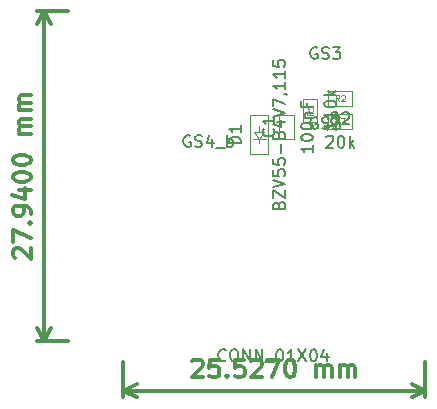
<source format=gbr>
G04 #@! TF.GenerationSoftware,KiCad,Pcbnew,6.0.4-1.fc34*
G04 #@! TF.CreationDate,2023-10-23T18:29:32+02:00*
G04 #@! TF.ProjectId,Microduino_ADC_DE,4d696372-6f64-4756-996e-6f5f4144435f,1.0*
G04 #@! TF.SameCoordinates,Original*
G04 #@! TF.FileFunction,AssemblyDrawing,Top*
%FSLAX46Y46*%
G04 Gerber Fmt 4.6, Leading zero omitted, Abs format (unit mm)*
G04 Created by KiCad (PCBNEW 6.0.4-1.fc34) date 2023-10-23 18:29:32*
%MOMM*%
%LPD*%
G01*
G04 APERTURE LIST*
%ADD10C,0.300000*%
%ADD11C,0.150000*%
%ADD12C,0.075000*%
%ADD13C,0.100000*%
G04 APERTURE END LIST*
D10*
X144671328Y-92390427D02*
X144742757Y-92318999D01*
X144885614Y-92247570D01*
X145242757Y-92247570D01*
X145385614Y-92318999D01*
X145457042Y-92390427D01*
X145528471Y-92533284D01*
X145528471Y-92676141D01*
X145457042Y-92890427D01*
X144599900Y-93747570D01*
X145528471Y-93747570D01*
X146885614Y-92247570D02*
X146171328Y-92247570D01*
X146099900Y-92961856D01*
X146171328Y-92890427D01*
X146314185Y-92818999D01*
X146671328Y-92818999D01*
X146814185Y-92890427D01*
X146885614Y-92961856D01*
X146957042Y-93104713D01*
X146957042Y-93461856D01*
X146885614Y-93604713D01*
X146814185Y-93676141D01*
X146671328Y-93747570D01*
X146314185Y-93747570D01*
X146171328Y-93676141D01*
X146099900Y-93604713D01*
X147599900Y-93604713D02*
X147671328Y-93676141D01*
X147599900Y-93747570D01*
X147528471Y-93676141D01*
X147599900Y-93604713D01*
X147599900Y-93747570D01*
X149028471Y-92247570D02*
X148314185Y-92247570D01*
X148242757Y-92961856D01*
X148314185Y-92890427D01*
X148457042Y-92818999D01*
X148814185Y-92818999D01*
X148957042Y-92890427D01*
X149028471Y-92961856D01*
X149099900Y-93104713D01*
X149099900Y-93461856D01*
X149028471Y-93604713D01*
X148957042Y-93676141D01*
X148814185Y-93747570D01*
X148457042Y-93747570D01*
X148314185Y-93676141D01*
X148242757Y-93604713D01*
X149671328Y-92390427D02*
X149742757Y-92318999D01*
X149885614Y-92247570D01*
X150242757Y-92247570D01*
X150385614Y-92318999D01*
X150457042Y-92390427D01*
X150528471Y-92533284D01*
X150528471Y-92676141D01*
X150457042Y-92890427D01*
X149599900Y-93747570D01*
X150528471Y-93747570D01*
X151028471Y-92247570D02*
X152028471Y-92247570D01*
X151385614Y-93747570D01*
X152885614Y-92247570D02*
X153028471Y-92247570D01*
X153171328Y-92318999D01*
X153242757Y-92390427D01*
X153314185Y-92533284D01*
X153385614Y-92818999D01*
X153385614Y-93176141D01*
X153314185Y-93461856D01*
X153242757Y-93604713D01*
X153171328Y-93676141D01*
X153028471Y-93747570D01*
X152885614Y-93747570D01*
X152742757Y-93676141D01*
X152671328Y-93604713D01*
X152599900Y-93461856D01*
X152528471Y-93176141D01*
X152528471Y-92818999D01*
X152599900Y-92533284D01*
X152671328Y-92390427D01*
X152742757Y-92318999D01*
X152885614Y-92247570D01*
X155171328Y-93747570D02*
X155171328Y-92747570D01*
X155171328Y-92890427D02*
X155242757Y-92818999D01*
X155385614Y-92747570D01*
X155599900Y-92747570D01*
X155742757Y-92818999D01*
X155814185Y-92961856D01*
X155814185Y-93747570D01*
X155814185Y-92961856D02*
X155885614Y-92818999D01*
X156028471Y-92747570D01*
X156242757Y-92747570D01*
X156385614Y-92818999D01*
X156457042Y-92961856D01*
X156457042Y-93747570D01*
X157171328Y-93747570D02*
X157171328Y-92747570D01*
X157171328Y-92890427D02*
X157242757Y-92818999D01*
X157385614Y-92747570D01*
X157599900Y-92747570D01*
X157742757Y-92818999D01*
X157814185Y-92961856D01*
X157814185Y-93747570D01*
X157814185Y-92961856D02*
X157885614Y-92818999D01*
X158028471Y-92747570D01*
X158242757Y-92747570D01*
X158385614Y-92818999D01*
X158457042Y-92961856D01*
X158457042Y-93747570D01*
X138836400Y-92456000D02*
X138836400Y-95455419D01*
X164363400Y-92456000D02*
X164363400Y-95455419D01*
X138836400Y-94868999D02*
X164363400Y-94868999D01*
X138836400Y-94868999D02*
X164363400Y-94868999D01*
X138836400Y-94868999D02*
X139962904Y-95455420D01*
X138836400Y-94868999D02*
X139962904Y-94282578D01*
X164363400Y-94868999D02*
X163236896Y-94282578D01*
X164363400Y-94868999D02*
X163236896Y-95455420D01*
X129626828Y-83636571D02*
X129555400Y-83565142D01*
X129483971Y-83422285D01*
X129483971Y-83065142D01*
X129555400Y-82922285D01*
X129626828Y-82850857D01*
X129769685Y-82779428D01*
X129912542Y-82779428D01*
X130126828Y-82850857D01*
X130983971Y-83708000D01*
X130983971Y-82779428D01*
X129483971Y-82279428D02*
X129483971Y-81279428D01*
X130983971Y-81922285D01*
X130841114Y-80708000D02*
X130912542Y-80636571D01*
X130983971Y-80708000D01*
X130912542Y-80779428D01*
X130841114Y-80708000D01*
X130983971Y-80708000D01*
X130983971Y-79922285D02*
X130983971Y-79636571D01*
X130912542Y-79493714D01*
X130841114Y-79422285D01*
X130626828Y-79279428D01*
X130341114Y-79208000D01*
X129769685Y-79208000D01*
X129626828Y-79279428D01*
X129555400Y-79350857D01*
X129483971Y-79493714D01*
X129483971Y-79779428D01*
X129555400Y-79922285D01*
X129626828Y-79993714D01*
X129769685Y-80065142D01*
X130126828Y-80065142D01*
X130269685Y-79993714D01*
X130341114Y-79922285D01*
X130412542Y-79779428D01*
X130412542Y-79493714D01*
X130341114Y-79350857D01*
X130269685Y-79279428D01*
X130126828Y-79208000D01*
X129983971Y-77922285D02*
X130983971Y-77922285D01*
X129412542Y-78279428D02*
X130483971Y-78636571D01*
X130483971Y-77708000D01*
X129483971Y-76850857D02*
X129483971Y-76708000D01*
X129555400Y-76565142D01*
X129626828Y-76493714D01*
X129769685Y-76422285D01*
X130055400Y-76350857D01*
X130412542Y-76350857D01*
X130698257Y-76422285D01*
X130841114Y-76493714D01*
X130912542Y-76565142D01*
X130983971Y-76708000D01*
X130983971Y-76850857D01*
X130912542Y-76993714D01*
X130841114Y-77065142D01*
X130698257Y-77136571D01*
X130412542Y-77208000D01*
X130055400Y-77208000D01*
X129769685Y-77136571D01*
X129626828Y-77065142D01*
X129555400Y-76993714D01*
X129483971Y-76850857D01*
X129483971Y-75422285D02*
X129483971Y-75279428D01*
X129555400Y-75136571D01*
X129626828Y-75065142D01*
X129769685Y-74993714D01*
X130055400Y-74922285D01*
X130412542Y-74922285D01*
X130698257Y-74993714D01*
X130841114Y-75065142D01*
X130912542Y-75136571D01*
X130983971Y-75279428D01*
X130983971Y-75422285D01*
X130912542Y-75565142D01*
X130841114Y-75636571D01*
X130698257Y-75708000D01*
X130412542Y-75779428D01*
X130055400Y-75779428D01*
X129769685Y-75708000D01*
X129626828Y-75636571D01*
X129555400Y-75565142D01*
X129483971Y-75422285D01*
X130983971Y-73136571D02*
X129983971Y-73136571D01*
X130126828Y-73136571D02*
X130055400Y-73065142D01*
X129983971Y-72922285D01*
X129983971Y-72708000D01*
X130055400Y-72565142D01*
X130198257Y-72493714D01*
X130983971Y-72493714D01*
X130198257Y-72493714D02*
X130055400Y-72422285D01*
X129983971Y-72279428D01*
X129983971Y-72065142D01*
X130055400Y-71922285D01*
X130198257Y-71850857D01*
X130983971Y-71850857D01*
X130983971Y-71136571D02*
X129983971Y-71136571D01*
X130126828Y-71136571D02*
X130055400Y-71065142D01*
X129983971Y-70922285D01*
X129983971Y-70708000D01*
X130055400Y-70565142D01*
X130198257Y-70493714D01*
X130983971Y-70493714D01*
X130198257Y-70493714D02*
X130055400Y-70422285D01*
X129983971Y-70279428D01*
X129983971Y-70065142D01*
X130055400Y-69922285D01*
X130198257Y-69850857D01*
X130983971Y-69850857D01*
X134137400Y-90678000D02*
X131518980Y-90678000D01*
X134137400Y-62738000D02*
X131518980Y-62738000D01*
X132105400Y-90678000D02*
X132105400Y-62738000D01*
X132105400Y-90678000D02*
X132105400Y-62738000D01*
X132105400Y-90678000D02*
X132691821Y-89551496D01*
X132105400Y-90678000D02*
X131518979Y-89551496D01*
X132105400Y-62738000D02*
X131518979Y-63864504D01*
X132105400Y-62738000D02*
X132691821Y-63864504D01*
D11*
X147497190Y-92282142D02*
X147449571Y-92329761D01*
X147306714Y-92377380D01*
X147211476Y-92377380D01*
X147068619Y-92329761D01*
X146973380Y-92234523D01*
X146925761Y-92139285D01*
X146878142Y-91948809D01*
X146878142Y-91805952D01*
X146925761Y-91615476D01*
X146973380Y-91520238D01*
X147068619Y-91425000D01*
X147211476Y-91377380D01*
X147306714Y-91377380D01*
X147449571Y-91425000D01*
X147497190Y-91472619D01*
X148116238Y-91377380D02*
X148306714Y-91377380D01*
X148401952Y-91425000D01*
X148497190Y-91520238D01*
X148544809Y-91710714D01*
X148544809Y-92044047D01*
X148497190Y-92234523D01*
X148401952Y-92329761D01*
X148306714Y-92377380D01*
X148116238Y-92377380D01*
X148021000Y-92329761D01*
X147925761Y-92234523D01*
X147878142Y-92044047D01*
X147878142Y-91710714D01*
X147925761Y-91520238D01*
X148021000Y-91425000D01*
X148116238Y-91377380D01*
X148973380Y-92377380D02*
X148973380Y-91377380D01*
X149544809Y-92377380D01*
X149544809Y-91377380D01*
X150021000Y-92377380D02*
X150021000Y-91377380D01*
X150592428Y-92377380D01*
X150592428Y-91377380D01*
X150830523Y-92472619D02*
X151592428Y-92472619D01*
X152021000Y-91377380D02*
X152116238Y-91377380D01*
X152211476Y-91425000D01*
X152259095Y-91472619D01*
X152306714Y-91567857D01*
X152354333Y-91758333D01*
X152354333Y-91996428D01*
X152306714Y-92186904D01*
X152259095Y-92282142D01*
X152211476Y-92329761D01*
X152116238Y-92377380D01*
X152021000Y-92377380D01*
X151925761Y-92329761D01*
X151878142Y-92282142D01*
X151830523Y-92186904D01*
X151782904Y-91996428D01*
X151782904Y-91758333D01*
X151830523Y-91567857D01*
X151878142Y-91472619D01*
X151925761Y-91425000D01*
X152021000Y-91377380D01*
X153306714Y-92377380D02*
X152735285Y-92377380D01*
X153021000Y-92377380D02*
X153021000Y-91377380D01*
X152925761Y-91520238D01*
X152830523Y-91615476D01*
X152735285Y-91663095D01*
X153640047Y-91377380D02*
X154306714Y-92377380D01*
X154306714Y-91377380D02*
X153640047Y-92377380D01*
X154878142Y-91377380D02*
X154973380Y-91377380D01*
X155068619Y-91425000D01*
X155116238Y-91472619D01*
X155163857Y-91567857D01*
X155211476Y-91758333D01*
X155211476Y-91996428D01*
X155163857Y-92186904D01*
X155116238Y-92282142D01*
X155068619Y-92329761D01*
X154973380Y-92377380D01*
X154878142Y-92377380D01*
X154782904Y-92329761D01*
X154735285Y-92282142D01*
X154687666Y-92186904D01*
X154640047Y-91996428D01*
X154640047Y-91758333D01*
X154687666Y-91567857D01*
X154735285Y-91472619D01*
X154782904Y-91425000D01*
X154878142Y-91377380D01*
X156068619Y-91710714D02*
X156068619Y-92377380D01*
X155830523Y-91329761D02*
X155592428Y-92044047D01*
X156211476Y-92044047D01*
X156838380Y-72221428D02*
X156838380Y-72792857D01*
X156838380Y-72507142D02*
X155838380Y-72507142D01*
X155981238Y-72602380D01*
X156076476Y-72697619D01*
X156124095Y-72792857D01*
X156838380Y-71269047D02*
X156838380Y-71840476D01*
X156838380Y-71554761D02*
X155838380Y-71554761D01*
X155981238Y-71650000D01*
X156076476Y-71745238D01*
X156124095Y-71840476D01*
X155838380Y-70650000D02*
X155838380Y-70554761D01*
X155886000Y-70459523D01*
X155933619Y-70411904D01*
X156028857Y-70364285D01*
X156219333Y-70316666D01*
X156457428Y-70316666D01*
X156647904Y-70364285D01*
X156743142Y-70411904D01*
X156790761Y-70459523D01*
X156838380Y-70554761D01*
X156838380Y-70650000D01*
X156790761Y-70745238D01*
X156743142Y-70792857D01*
X156647904Y-70840476D01*
X156457428Y-70888095D01*
X156219333Y-70888095D01*
X156028857Y-70840476D01*
X155933619Y-70792857D01*
X155886000Y-70745238D01*
X155838380Y-70650000D01*
X156838380Y-69888095D02*
X155838380Y-69888095D01*
X156457428Y-69792857D02*
X156838380Y-69507142D01*
X156171714Y-69507142D02*
X156552666Y-69888095D01*
D12*
X154862190Y-71233333D02*
X154624095Y-71400000D01*
X154862190Y-71519047D02*
X154362190Y-71519047D01*
X154362190Y-71328571D01*
X154386000Y-71280952D01*
X154409809Y-71257142D01*
X154457428Y-71233333D01*
X154528857Y-71233333D01*
X154576476Y-71257142D01*
X154600285Y-71280952D01*
X154624095Y-71328571D01*
X154624095Y-71519047D01*
X154862190Y-70757142D02*
X154862190Y-71042857D01*
X154862190Y-70900000D02*
X154362190Y-70900000D01*
X154433619Y-70947619D01*
X154481238Y-70995238D01*
X154505047Y-71042857D01*
D11*
X156614571Y-71755952D02*
X156519333Y-71708333D01*
X156471714Y-71660714D01*
X156424095Y-71565476D01*
X156424095Y-71517857D01*
X156471714Y-71422619D01*
X156519333Y-71375000D01*
X156614571Y-71327380D01*
X156805047Y-71327380D01*
X156900285Y-71375000D01*
X156947904Y-71422619D01*
X156995523Y-71517857D01*
X156995523Y-71565476D01*
X156947904Y-71660714D01*
X156900285Y-71708333D01*
X156805047Y-71755952D01*
X156614571Y-71755952D01*
X156519333Y-71803571D01*
X156471714Y-71851190D01*
X156424095Y-71946428D01*
X156424095Y-72136904D01*
X156471714Y-72232142D01*
X156519333Y-72279761D01*
X156614571Y-72327380D01*
X156805047Y-72327380D01*
X156900285Y-72279761D01*
X156947904Y-72232142D01*
X156995523Y-72136904D01*
X156995523Y-71946428D01*
X156947904Y-71851190D01*
X156900285Y-71803571D01*
X156805047Y-71755952D01*
X157376476Y-71422619D02*
X157424095Y-71375000D01*
X157519333Y-71327380D01*
X157757428Y-71327380D01*
X157852666Y-71375000D01*
X157900285Y-71422619D01*
X157947904Y-71517857D01*
X157947904Y-71613095D01*
X157900285Y-71755952D01*
X157328857Y-72327380D01*
X157947904Y-72327380D01*
D12*
X157102666Y-70351190D02*
X156936000Y-70113095D01*
X156816952Y-70351190D02*
X156816952Y-69851190D01*
X157007428Y-69851190D01*
X157055047Y-69875000D01*
X157078857Y-69898809D01*
X157102666Y-69946428D01*
X157102666Y-70017857D01*
X157078857Y-70065476D01*
X157055047Y-70089285D01*
X157007428Y-70113095D01*
X156816952Y-70113095D01*
X157293142Y-69898809D02*
X157316952Y-69875000D01*
X157364571Y-69851190D01*
X157483619Y-69851190D01*
X157531238Y-69875000D01*
X157555047Y-69898809D01*
X157578857Y-69946428D01*
X157578857Y-69994047D01*
X157555047Y-70065476D01*
X157269333Y-70351190D01*
X157578857Y-70351190D01*
D11*
X154863380Y-74097619D02*
X154863380Y-74669047D01*
X154863380Y-74383333D02*
X153863380Y-74383333D01*
X154006238Y-74478571D01*
X154101476Y-74573809D01*
X154149095Y-74669047D01*
X153863380Y-73478571D02*
X153863380Y-73383333D01*
X153911000Y-73288095D01*
X153958619Y-73240476D01*
X154053857Y-73192857D01*
X154244333Y-73145238D01*
X154482428Y-73145238D01*
X154672904Y-73192857D01*
X154768142Y-73240476D01*
X154815761Y-73288095D01*
X154863380Y-73383333D01*
X154863380Y-73478571D01*
X154815761Y-73573809D01*
X154768142Y-73621428D01*
X154672904Y-73669047D01*
X154482428Y-73716666D01*
X154244333Y-73716666D01*
X154053857Y-73669047D01*
X153958619Y-73621428D01*
X153911000Y-73573809D01*
X153863380Y-73478571D01*
X153863380Y-72526190D02*
X153863380Y-72430952D01*
X153911000Y-72335714D01*
X153958619Y-72288095D01*
X154053857Y-72240476D01*
X154244333Y-72192857D01*
X154482428Y-72192857D01*
X154672904Y-72240476D01*
X154768142Y-72288095D01*
X154815761Y-72335714D01*
X154863380Y-72430952D01*
X154863380Y-72526190D01*
X154815761Y-72621428D01*
X154768142Y-72669047D01*
X154672904Y-72716666D01*
X154482428Y-72764285D01*
X154244333Y-72764285D01*
X154053857Y-72716666D01*
X153958619Y-72669047D01*
X153911000Y-72621428D01*
X153863380Y-72526190D01*
X154196714Y-71764285D02*
X154863380Y-71764285D01*
X154291952Y-71764285D02*
X154244333Y-71716666D01*
X154196714Y-71621428D01*
X154196714Y-71478571D01*
X154244333Y-71383333D01*
X154339571Y-71335714D01*
X154863380Y-71335714D01*
X154339571Y-70526190D02*
X154339571Y-70859523D01*
X154863380Y-70859523D02*
X153863380Y-70859523D01*
X153863380Y-70383333D01*
X151518142Y-72716666D02*
X151565761Y-72764285D01*
X151613380Y-72907142D01*
X151613380Y-73002380D01*
X151565761Y-73145238D01*
X151470523Y-73240476D01*
X151375285Y-73288095D01*
X151184809Y-73335714D01*
X151041952Y-73335714D01*
X150851476Y-73288095D01*
X150756238Y-73240476D01*
X150661000Y-73145238D01*
X150613380Y-73002380D01*
X150613380Y-72907142D01*
X150661000Y-72764285D01*
X150708619Y-72716666D01*
X151613380Y-71764285D02*
X151613380Y-72335714D01*
X151613380Y-72050000D02*
X150613380Y-72050000D01*
X150756238Y-72145238D01*
X150851476Y-72240476D01*
X150899095Y-72335714D01*
X151989571Y-79152380D02*
X152037190Y-79009523D01*
X152084809Y-78961904D01*
X152180047Y-78914285D01*
X152322904Y-78914285D01*
X152418142Y-78961904D01*
X152465761Y-79009523D01*
X152513380Y-79104761D01*
X152513380Y-79485714D01*
X151513380Y-79485714D01*
X151513380Y-79152380D01*
X151561000Y-79057142D01*
X151608619Y-79009523D01*
X151703857Y-78961904D01*
X151799095Y-78961904D01*
X151894333Y-79009523D01*
X151941952Y-79057142D01*
X151989571Y-79152380D01*
X151989571Y-79485714D01*
X151513380Y-78580952D02*
X151513380Y-77914285D01*
X152513380Y-78580952D01*
X152513380Y-77914285D01*
X151513380Y-77676190D02*
X152513380Y-77342857D01*
X151513380Y-77009523D01*
X151513380Y-76200000D02*
X151513380Y-76676190D01*
X151989571Y-76723809D01*
X151941952Y-76676190D01*
X151894333Y-76580952D01*
X151894333Y-76342857D01*
X151941952Y-76247619D01*
X151989571Y-76200000D01*
X152084809Y-76152380D01*
X152322904Y-76152380D01*
X152418142Y-76200000D01*
X152465761Y-76247619D01*
X152513380Y-76342857D01*
X152513380Y-76580952D01*
X152465761Y-76676190D01*
X152418142Y-76723809D01*
X151513380Y-75247619D02*
X151513380Y-75723809D01*
X151989571Y-75771428D01*
X151941952Y-75723809D01*
X151894333Y-75628571D01*
X151894333Y-75390476D01*
X151941952Y-75295238D01*
X151989571Y-75247619D01*
X152084809Y-75200000D01*
X152322904Y-75200000D01*
X152418142Y-75247619D01*
X152465761Y-75295238D01*
X152513380Y-75390476D01*
X152513380Y-75628571D01*
X152465761Y-75723809D01*
X152418142Y-75771428D01*
X152132428Y-74771428D02*
X152132428Y-74009523D01*
X151989571Y-73200000D02*
X152037190Y-73057142D01*
X152084809Y-73009523D01*
X152180047Y-72961904D01*
X152322904Y-72961904D01*
X152418142Y-73009523D01*
X152465761Y-73057142D01*
X152513380Y-73152380D01*
X152513380Y-73533333D01*
X151513380Y-73533333D01*
X151513380Y-73200000D01*
X151561000Y-73104761D01*
X151608619Y-73057142D01*
X151703857Y-73009523D01*
X151799095Y-73009523D01*
X151894333Y-73057142D01*
X151941952Y-73104761D01*
X151989571Y-73200000D01*
X151989571Y-73533333D01*
X151846714Y-72104761D02*
X152513380Y-72104761D01*
X151465761Y-72342857D02*
X152180047Y-72580952D01*
X152180047Y-71961904D01*
X151513380Y-71723809D02*
X152513380Y-71390476D01*
X151513380Y-71057142D01*
X151513380Y-70819047D02*
X151513380Y-70152380D01*
X152513380Y-70580952D01*
X152465761Y-69723809D02*
X152513380Y-69723809D01*
X152608619Y-69771428D01*
X152656238Y-69819047D01*
X152513380Y-68771428D02*
X152513380Y-69342857D01*
X152513380Y-69057142D02*
X151513380Y-69057142D01*
X151656238Y-69152380D01*
X151751476Y-69247619D01*
X151799095Y-69342857D01*
X152513380Y-67819047D02*
X152513380Y-68390476D01*
X152513380Y-68104761D02*
X151513380Y-68104761D01*
X151656238Y-68200000D01*
X151751476Y-68295238D01*
X151799095Y-68390476D01*
X151513380Y-66914285D02*
X151513380Y-67390476D01*
X151989571Y-67438095D01*
X151941952Y-67390476D01*
X151894333Y-67295238D01*
X151894333Y-67057142D01*
X151941952Y-66961904D01*
X151989571Y-66914285D01*
X152084809Y-66866666D01*
X152322904Y-66866666D01*
X152418142Y-66914285D01*
X152465761Y-66961904D01*
X152513380Y-67057142D01*
X152513380Y-67295238D01*
X152465761Y-67390476D01*
X152418142Y-67438095D01*
X148763380Y-73938095D02*
X147763380Y-73938095D01*
X147763380Y-73700000D01*
X147811000Y-73557142D01*
X147906238Y-73461904D01*
X148001476Y-73414285D01*
X148191952Y-73366666D01*
X148334809Y-73366666D01*
X148525285Y-73414285D01*
X148620523Y-73461904D01*
X148715761Y-73557142D01*
X148763380Y-73700000D01*
X148763380Y-73938095D01*
X148763380Y-72414285D02*
X148763380Y-72985714D01*
X148763380Y-72700000D02*
X147763380Y-72700000D01*
X147906238Y-72795238D01*
X148001476Y-72890476D01*
X148049095Y-72985714D01*
X156019333Y-73397619D02*
X156066952Y-73350000D01*
X156162190Y-73302380D01*
X156400285Y-73302380D01*
X156495523Y-73350000D01*
X156543142Y-73397619D01*
X156590761Y-73492857D01*
X156590761Y-73588095D01*
X156543142Y-73730952D01*
X155971714Y-74302380D01*
X156590761Y-74302380D01*
X157209809Y-73302380D02*
X157305047Y-73302380D01*
X157400285Y-73350000D01*
X157447904Y-73397619D01*
X157495523Y-73492857D01*
X157543142Y-73683333D01*
X157543142Y-73921428D01*
X157495523Y-74111904D01*
X157447904Y-74207142D01*
X157400285Y-74254761D01*
X157305047Y-74302380D01*
X157209809Y-74302380D01*
X157114571Y-74254761D01*
X157066952Y-74207142D01*
X157019333Y-74111904D01*
X156971714Y-73921428D01*
X156971714Y-73683333D01*
X157019333Y-73492857D01*
X157066952Y-73397619D01*
X157114571Y-73350000D01*
X157209809Y-73302380D01*
X157971714Y-74302380D02*
X157971714Y-73302380D01*
X158066952Y-73921428D02*
X158352666Y-74302380D01*
X158352666Y-73635714D02*
X157971714Y-74016666D01*
D12*
X157102666Y-72326190D02*
X156936000Y-72088095D01*
X156816952Y-72326190D02*
X156816952Y-71826190D01*
X157007428Y-71826190D01*
X157055047Y-71850000D01*
X157078857Y-71873809D01*
X157102666Y-71921428D01*
X157102666Y-71992857D01*
X157078857Y-72040476D01*
X157055047Y-72064285D01*
X157007428Y-72088095D01*
X156816952Y-72088095D01*
X157269333Y-71826190D02*
X157578857Y-71826190D01*
X157412190Y-72016666D01*
X157483619Y-72016666D01*
X157531238Y-72040476D01*
X157555047Y-72064285D01*
X157578857Y-72111904D01*
X157578857Y-72230952D01*
X157555047Y-72278571D01*
X157531238Y-72302380D01*
X157483619Y-72326190D01*
X157340761Y-72326190D01*
X157293142Y-72302380D01*
X157269333Y-72278571D01*
D11*
X155220523Y-65850000D02*
X155125285Y-65802380D01*
X154982428Y-65802380D01*
X154839571Y-65850000D01*
X154744333Y-65945238D01*
X154696714Y-66040476D01*
X154649095Y-66230952D01*
X154649095Y-66373809D01*
X154696714Y-66564285D01*
X154744333Y-66659523D01*
X154839571Y-66754761D01*
X154982428Y-66802380D01*
X155077666Y-66802380D01*
X155220523Y-66754761D01*
X155268142Y-66707142D01*
X155268142Y-66373809D01*
X155077666Y-66373809D01*
X155649095Y-66754761D02*
X155791952Y-66802380D01*
X156030047Y-66802380D01*
X156125285Y-66754761D01*
X156172904Y-66707142D01*
X156220523Y-66611904D01*
X156220523Y-66516666D01*
X156172904Y-66421428D01*
X156125285Y-66373809D01*
X156030047Y-66326190D01*
X155839571Y-66278571D01*
X155744333Y-66230952D01*
X155696714Y-66183333D01*
X155649095Y-66088095D01*
X155649095Y-65992857D01*
X155696714Y-65897619D01*
X155744333Y-65850000D01*
X155839571Y-65802380D01*
X156077666Y-65802380D01*
X156220523Y-65850000D01*
X156553857Y-65802380D02*
X157172904Y-65802380D01*
X156839571Y-66183333D01*
X156982428Y-66183333D01*
X157077666Y-66230952D01*
X157125285Y-66278571D01*
X157172904Y-66373809D01*
X157172904Y-66611904D01*
X157125285Y-66707142D01*
X157077666Y-66754761D01*
X156982428Y-66802380D01*
X156696714Y-66802380D01*
X156601476Y-66754761D01*
X156553857Y-66707142D01*
X155220523Y-71775000D02*
X155125285Y-71727380D01*
X154982428Y-71727380D01*
X154839571Y-71775000D01*
X154744333Y-71870238D01*
X154696714Y-71965476D01*
X154649095Y-72155952D01*
X154649095Y-72298809D01*
X154696714Y-72489285D01*
X154744333Y-72584523D01*
X154839571Y-72679761D01*
X154982428Y-72727380D01*
X155077666Y-72727380D01*
X155220523Y-72679761D01*
X155268142Y-72632142D01*
X155268142Y-72298809D01*
X155077666Y-72298809D01*
X155649095Y-72679761D02*
X155791952Y-72727380D01*
X156030047Y-72727380D01*
X156125285Y-72679761D01*
X156172904Y-72632142D01*
X156220523Y-72536904D01*
X156220523Y-72441666D01*
X156172904Y-72346428D01*
X156125285Y-72298809D01*
X156030047Y-72251190D01*
X155839571Y-72203571D01*
X155744333Y-72155952D01*
X155696714Y-72108333D01*
X155649095Y-72013095D01*
X155649095Y-71917857D01*
X155696714Y-71822619D01*
X155744333Y-71775000D01*
X155839571Y-71727380D01*
X156077666Y-71727380D01*
X156220523Y-71775000D01*
X156553857Y-71727380D02*
X157172904Y-71727380D01*
X156839571Y-72108333D01*
X156982428Y-72108333D01*
X157077666Y-72155952D01*
X157125285Y-72203571D01*
X157172904Y-72298809D01*
X157172904Y-72536904D01*
X157125285Y-72632142D01*
X157077666Y-72679761D01*
X156982428Y-72727380D01*
X156696714Y-72727380D01*
X156601476Y-72679761D01*
X156553857Y-72632142D01*
X144487190Y-73300000D02*
X144391952Y-73252380D01*
X144249095Y-73252380D01*
X144106238Y-73300000D01*
X144011000Y-73395238D01*
X143963380Y-73490476D01*
X143915761Y-73680952D01*
X143915761Y-73823809D01*
X143963380Y-74014285D01*
X144011000Y-74109523D01*
X144106238Y-74204761D01*
X144249095Y-74252380D01*
X144344333Y-74252380D01*
X144487190Y-74204761D01*
X144534809Y-74157142D01*
X144534809Y-73823809D01*
X144344333Y-73823809D01*
X144915761Y-74204761D02*
X145058619Y-74252380D01*
X145296714Y-74252380D01*
X145391952Y-74204761D01*
X145439571Y-74157142D01*
X145487190Y-74061904D01*
X145487190Y-73966666D01*
X145439571Y-73871428D01*
X145391952Y-73823809D01*
X145296714Y-73776190D01*
X145106238Y-73728571D01*
X145011000Y-73680952D01*
X144963380Y-73633333D01*
X144915761Y-73538095D01*
X144915761Y-73442857D01*
X144963380Y-73347619D01*
X145011000Y-73300000D01*
X145106238Y-73252380D01*
X145344333Y-73252380D01*
X145487190Y-73300000D01*
X146344333Y-73585714D02*
X146344333Y-74252380D01*
X146106238Y-73204761D02*
X145868142Y-73919047D01*
X146487190Y-73919047D01*
X146630047Y-74347619D02*
X147391952Y-74347619D01*
X147630047Y-74252380D02*
X147630047Y-73252380D01*
X147630047Y-73633333D02*
X147725285Y-73585714D01*
X147915761Y-73585714D01*
X148011000Y-73633333D01*
X148058619Y-73680952D01*
X148106238Y-73776190D01*
X148106238Y-74061904D01*
X148058619Y-74157142D01*
X148011000Y-74204761D01*
X147915761Y-74252380D01*
X147725285Y-74252380D01*
X147630047Y-74204761D01*
D13*
X154016000Y-70150000D02*
X155256000Y-70150000D01*
X155256000Y-72150000D02*
X154016000Y-72150000D01*
X154016000Y-72150000D02*
X154016000Y-70150000D01*
X155256000Y-70150000D02*
X155256000Y-72150000D01*
X156186000Y-69505000D02*
X158186000Y-69505000D01*
X156186000Y-70745000D02*
X156186000Y-69505000D01*
X158186000Y-70745000D02*
X156186000Y-70745000D01*
X158186000Y-69505000D02*
X158186000Y-70745000D01*
X153281000Y-73550000D02*
X152041000Y-73550000D01*
X152041000Y-73550000D02*
X152041000Y-71550000D01*
X152041000Y-71550000D02*
X153281000Y-71550000D01*
X153281000Y-71550000D02*
X153281000Y-73550000D01*
X149911000Y-72950000D02*
X150711000Y-72950000D01*
X150311000Y-73550000D02*
X149911000Y-72950000D01*
X150711000Y-72950000D02*
X150311000Y-73550000D01*
X150311000Y-73550000D02*
X150861000Y-73550000D01*
X149511000Y-71550000D02*
X151111000Y-71550000D01*
X151111000Y-74850000D02*
X149511000Y-74850000D01*
X150311000Y-72950000D02*
X150311000Y-72450000D01*
X150311000Y-73950000D02*
X150311000Y-73550000D01*
X151111000Y-71550000D02*
X151111000Y-74850000D01*
X150311000Y-73550000D02*
X149761000Y-73550000D01*
X149511000Y-74850000D02*
X149511000Y-71550000D01*
X156186000Y-71480000D02*
X158186000Y-71480000D01*
X158186000Y-71480000D02*
X158186000Y-72720000D01*
X156186000Y-72720000D02*
X156186000Y-71480000D01*
X158186000Y-72720000D02*
X156186000Y-72720000D01*
M02*

</source>
